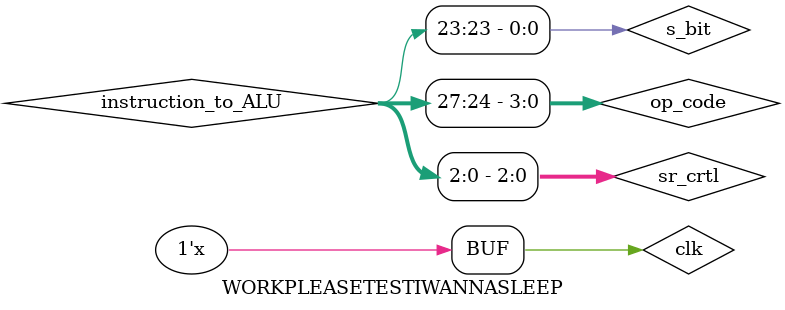
<source format=v>
`timescale 1ns / 1ps

module WORKPLEASETESTIWANNASLEEP;

//assumed seperate code needed to implement into the registers in order to output to the monitor.
//do we need some more code in here to fetch the next instruction??

//define variables

reg clk,reset;
wire [31:0] instruction_to_ALU;				//input instruction
reg [7:0] pc;					//pc instruction access, possibly an input??
reg s_bit; 
reg [3:0] cond, op_code, dest, src1, src2;	//condition bits, op code, destination bits
reg [15:0] im_val;				//immediate value
reg [2:0] sr_crtl; 				//shift and rotate control bits
wire rw, sel_ldr, sel_add; 			//read and write flag for ram, select wires for LDR and address mux
wire [15:0] address, add_wire; 			//address bus output, add bus data access
wire [31:0] in1, in2, alu_out,data_ldr,ldr_wire;//outputs 1 and 2 from reg mux, alu result, data output from ldr mux, LDR data from ram
wire [31:0] fetch_out,ram_data_in,ram_data_out;	//instruction fetch, ram data in and out
wire [15:0] fetch_address; 			//not super sure about this, matthew will review
wire [3:0] prevflags, currentflags; 		//NZCV clag updates from the ALU
wire [15:0] PC_out;


//separate intruction into its individul portions
assign cond = instruction_to_ALU[31:28];
assign op_code = instruction_to_ALU[27:24];
assign s_bit = instruction_to_ALU[23];
assign dest = instruction_to_ALU[22:19];
assign src1 = instruction_to_ALU[18:15];
assign src2 = instruction_to_ALU[14:11];
assign im_val = instruction_to_ALU[18:3];
assign sr_crtl = instruction_to_ALU[2:0];

//instantiate all modules and connect wires (I don't think order matters here?)
RegisterBank reg_comp(
	.dest(dest),
	.Din(data_ldr),
	.srcadd1(src1),
	.srcadd2(src2),
	.src1(in1),
	.src2(in2)
	);

ALU alu_comp(
	.in1(in1), 
	.in2(in2),
	.sbit(s_bit), 
	.cond(cond),
	.opcode(op_code),
	.srcontrol(sr_crtl),
	.imvalue(im_val),
	.inflags(currentflags),
	.outflags(prevflags),
	.result(alu_out)
	);

FlagsReg flag(
	.prevflags(prevflags),
	.currentflags(currentflags)
	);

MemoryControl MemCtrl(
	.src1(in1), 
	.src2(in2), 
	.ram_data_in(ram_data_in), 
	.ram_data_out(ram_data_out), 
	.op_code(op_code), 
	.ram_rw_flag(rw), 
	.sel_ldr_bus(sel_ldr), 
	.sel_add_bus(sel_add), 
	.address_add_bus(add_wire), 
	.data_ldr_out(data_ldr) 
	);

MUXAddressBus MUXAdd(
	.sel_add_bus(sel_add), 
	.address_add_bus_in(add_wire), 
	.address_add_bus_out(address),
	.pc_instr_access(pc)
	);

MUXLDRBus MUXLDR(
	.sel_ldr_mux(sel_ldr), 
	.alu_result(alu_out), 
	.ram_result(ldr_wire), 
	.data_ldr_out(data_ldr)
	);

Ram ram_comp(
	.read_write(rw),
	.fetch_address(fetch_address),
	.address(address),
	.data_in(ram_data_in),//do these need to be switched?
	.data_out(ram_data_out),//do these need to be switched?
	.fetch_out(fetch_out)
	);
	
sudoProgramCounter SudoCounter(.clk(clk),.rst(rst) ,.instruction_from_ram(fetch_out),.instruction_to_ALU(instruction_to_ALU),.PC(PC_out));




    always #10 clk = ~clk; 


endmodule




</source>
